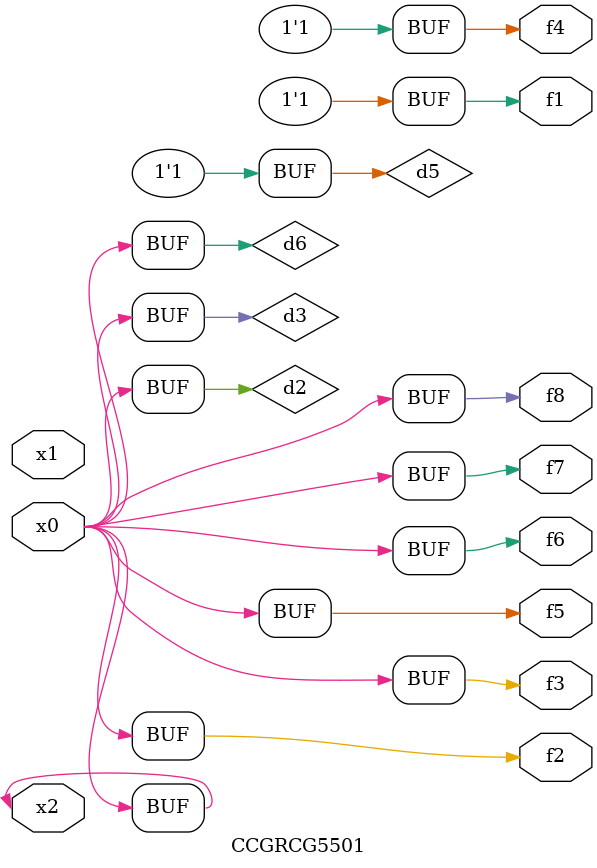
<source format=v>
module CCGRCG5501(
	input x0, x1, x2,
	output f1, f2, f3, f4, f5, f6, f7, f8
);

	wire d1, d2, d3, d4, d5, d6;

	xnor (d1, x2);
	buf (d2, x0, x2);
	and (d3, x0);
	xnor (d4, x1, x2);
	nand (d5, d1, d3);
	buf (d6, d2, d3);
	assign f1 = d5;
	assign f2 = d6;
	assign f3 = d6;
	assign f4 = d5;
	assign f5 = d6;
	assign f6 = d6;
	assign f7 = d6;
	assign f8 = d6;
endmodule

</source>
